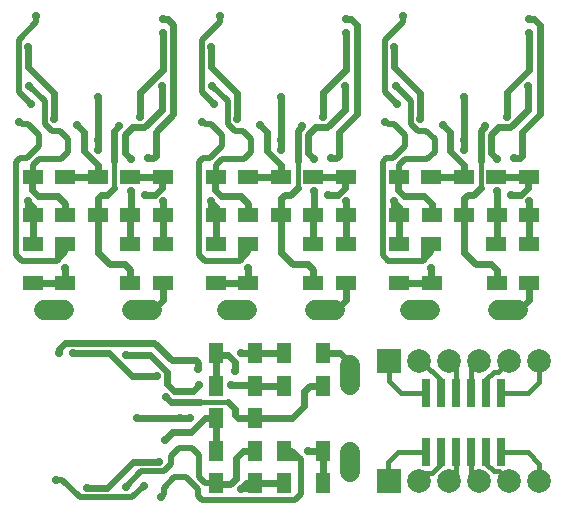
<source format=gbr>
%FSLAX34Y34*%
%MOMM*%
%LNCOPPER_BOTTOM*%
G71*
G01*
%ADD10C, 2.000*%
%ADD11R, 0.800X2.400*%
%ADD12C, 0.400*%
%ADD13C, 0.700*%
%ADD14C, 0.600*%
%ADD15C, 1.700*%
%ADD16R, 1.800X1.300*%
%ADD17C, 0.500*%
%ADD18R, 1.300X1.800*%
%LPD*%
G36*
X345597Y-461325D02*
X365597Y-461325D01*
X365597Y-481325D01*
X345597Y-481325D01*
X345597Y-461325D01*
G37*
X380997Y-471325D02*
G54D10*
D03*
X406397Y-471325D02*
G54D10*
D03*
X431797Y-471325D02*
G54D10*
D03*
X457197Y-471325D02*
G54D10*
D03*
X457197Y-369725D02*
G54D10*
D03*
X431797Y-369725D02*
G54D10*
D03*
X406397Y-369725D02*
G54D10*
D03*
X380997Y-369725D02*
G54D10*
D03*
G36*
X345597Y-359725D02*
X365597Y-359725D01*
X365597Y-379725D01*
X345597Y-379725D01*
X345597Y-359725D01*
G37*
X482597Y-471325D02*
G54D10*
D03*
X482597Y-369725D02*
G54D10*
D03*
X387000Y-397000D02*
G54D11*
D03*
X399700Y-397000D02*
G54D11*
D03*
X412400Y-397000D02*
G54D11*
D03*
X425100Y-397000D02*
G54D11*
D03*
X437800Y-397000D02*
G54D11*
D03*
X450500Y-397000D02*
G54D11*
D03*
X450500Y-447000D02*
G54D11*
D03*
X437800Y-447000D02*
G54D11*
D03*
X425100Y-447000D02*
G54D11*
D03*
X412400Y-447000D02*
G54D11*
D03*
X399700Y-447000D02*
G54D11*
D03*
X387000Y-447000D02*
G54D11*
D03*
G54D12*
X355597Y-369725D02*
X355597Y-386597D01*
X366000Y-397000D01*
X387000Y-397000D01*
G54D12*
X380997Y-369725D02*
X382725Y-369725D01*
X400000Y-387000D01*
X400000Y-396700D01*
X399700Y-397000D01*
G54D12*
X412400Y-397000D02*
X412400Y-375728D01*
X406397Y-369725D01*
G54D12*
X425100Y-397000D02*
X425100Y-376422D01*
X431797Y-369725D01*
G54D12*
X437800Y-397000D02*
X437800Y-385200D01*
X444000Y-379000D01*
X447922Y-379000D01*
X457197Y-369725D01*
G54D12*
X482597Y-369725D02*
X482597Y-387403D01*
X473000Y-397000D01*
X450500Y-397000D01*
G54D12*
X482597Y-471325D02*
X482597Y-456597D01*
X473000Y-447000D01*
X450500Y-447000D01*
G54D12*
X437800Y-447000D02*
X437800Y-456800D01*
X444000Y-463000D01*
X448872Y-463000D01*
X457197Y-471325D01*
G54D12*
X425100Y-447000D02*
X425100Y-464628D01*
X431797Y-471325D01*
G54D12*
X412400Y-447000D02*
X412400Y-465322D01*
X406397Y-471325D01*
G54D12*
X399700Y-447000D02*
X399700Y-457300D01*
X392000Y-465000D01*
X387322Y-465000D01*
X380997Y-471325D01*
G54D12*
X387000Y-447000D02*
X363000Y-447000D01*
X355000Y-455000D01*
X355000Y-470728D01*
X355597Y-471325D01*
X109000Y-146000D02*
G54D13*
D03*
X164000Y-80000D02*
G54D13*
D03*
X164000Y-92000D02*
G54D13*
D03*
X163000Y-137000D02*
G54D13*
D03*
X127000Y-171000D02*
G54D13*
D03*
X91000Y-170000D02*
G54D13*
D03*
X51000Y-137000D02*
G54D13*
D03*
X50000Y-104000D02*
G54D13*
D03*
X57000Y-78000D02*
G54D13*
D03*
G54D14*
X109000Y-149000D02*
X109000Y-183000D01*
G54D15*
X137500Y-326500D02*
X154500Y-326500D01*
G54D15*
X63500Y-326500D02*
X80500Y-326500D01*
X53900Y-213600D02*
G54D16*
D03*
X54000Y-246100D02*
G54D16*
D03*
X81400Y-213600D02*
G54D16*
D03*
X81500Y-246100D02*
G54D16*
D03*
X108900Y-213600D02*
G54D16*
D03*
X109000Y-246100D02*
G54D16*
D03*
X136400Y-213600D02*
G54D16*
D03*
X136500Y-246100D02*
G54D16*
D03*
X163900Y-213600D02*
G54D16*
D03*
X164000Y-246100D02*
G54D16*
D03*
X53900Y-271100D02*
G54D16*
D03*
X54000Y-303600D02*
G54D16*
D03*
X81400Y-271100D02*
G54D16*
D03*
X81500Y-303600D02*
G54D16*
D03*
X136400Y-271100D02*
G54D16*
D03*
X136500Y-303600D02*
G54D16*
D03*
X163900Y-271100D02*
G54D16*
D03*
X164000Y-303600D02*
G54D16*
D03*
G54D14*
X164000Y-318000D02*
X164000Y-303600D01*
G54D14*
X163900Y-271100D02*
X163900Y-246200D01*
X164000Y-246100D01*
G54D14*
X163900Y-213600D02*
X136400Y-213600D01*
G54D14*
X136500Y-246100D02*
X136500Y-271000D01*
X136400Y-271100D01*
G54D14*
X136500Y-303600D02*
X136500Y-292500D01*
X132000Y-288000D01*
X119000Y-288000D01*
X109000Y-278000D01*
X109000Y-246100D01*
G54D14*
X108900Y-213600D02*
X81400Y-213600D01*
G54D14*
X81500Y-246100D02*
X81500Y-236500D01*
X75000Y-230000D01*
X58000Y-230000D01*
X53000Y-225000D01*
X53000Y-214500D01*
X53900Y-213600D01*
G54D14*
X54000Y-246100D02*
X54000Y-271000D01*
X53900Y-271100D01*
G54D14*
X54000Y-303600D02*
X81500Y-303600D01*
G54D14*
X164000Y-80000D02*
X168000Y-80000D01*
X173000Y-85000D01*
X173000Y-161000D01*
X158000Y-176000D01*
X158000Y-196000D01*
X156000Y-198000D01*
X151000Y-198000D01*
X151000Y-198000D02*
G54D13*
D03*
X164000Y-234000D02*
G54D13*
D03*
G54D14*
X164000Y-234000D02*
X164000Y-246100D01*
G54D14*
X127000Y-171000D02*
X123000Y-175000D01*
X123000Y-200000D01*
X137000Y-226000D02*
G54D13*
D03*
G54D14*
X137000Y-246000D02*
X137000Y-226000D01*
X137000Y-199000D02*
G54D13*
D03*
X145000Y-163000D02*
G54D13*
D03*
X149000Y-229000D02*
G54D13*
D03*
G54D14*
X149000Y-229000D02*
X157000Y-229000D01*
X163000Y-223000D01*
X163000Y-214500D01*
X163900Y-213600D01*
G54D17*
X81400Y-271100D02*
X81400Y-277600D01*
X74000Y-285000D01*
X45000Y-285000D01*
X40000Y-280000D01*
X40000Y-201000D01*
X43000Y-198000D01*
G54D17*
X43000Y-198000D02*
X49000Y-198000D01*
X59000Y-188000D01*
X59000Y-178000D01*
X50000Y-169000D01*
X45000Y-169000D01*
X42000Y-167000D01*
G54D17*
X53900Y-213600D02*
X53900Y-204100D01*
X59000Y-199000D01*
X78000Y-199000D01*
X84000Y-193000D01*
X84000Y-182000D01*
X77000Y-175000D01*
X70000Y-175000D01*
X64000Y-169000D01*
X64000Y-150000D01*
X51000Y-137000D01*
X49500Y-234000D02*
G54D13*
D03*
G54D14*
X49000Y-234000D02*
X54000Y-239000D01*
X54000Y-246100D01*
X72000Y-165000D02*
G54D13*
D03*
X42000Y-167000D02*
G54D13*
D03*
G54D14*
X72000Y-165000D02*
X72000Y-143000D01*
X50000Y-121000D01*
X50000Y-104000D01*
G54D17*
X57000Y-78000D02*
X57000Y-83000D01*
X42000Y-98000D01*
X42000Y-142000D01*
X52000Y-152000D01*
X81000Y-291000D02*
G54D13*
D03*
G54D14*
X81000Y-291000D02*
X81000Y-303100D01*
X81500Y-303600D01*
X52000Y-152000D02*
G54D13*
D03*
X109000Y-183000D02*
G54D13*
D03*
X109000Y-191000D02*
G54D13*
D03*
G54D14*
X109000Y-183000D02*
X109000Y-191000D01*
G54D14*
X108900Y-213600D02*
X108900Y-203900D01*
X97000Y-192000D01*
X97000Y-176000D01*
X91000Y-170000D01*
G54D14*
X163000Y-137000D02*
X163000Y-157000D01*
X148000Y-172000D01*
X138000Y-172000D01*
X132000Y-178000D01*
X132000Y-194000D01*
X137000Y-199000D01*
G54D14*
X109000Y-246100D02*
X109000Y-232000D01*
X112000Y-229000D01*
X117000Y-229000D01*
X123000Y-223000D01*
G54D12*
X123000Y-223000D02*
X123000Y-200000D01*
G54D12*
X49000Y-234000D02*
X49000Y-240000D01*
X51000Y-242000D01*
G54D17*
X75000Y-275000D02*
X75000Y-284000D01*
X74000Y-285000D01*
G54D17*
X78000Y-274000D02*
X78000Y-278000D01*
G54D14*
X146000Y-326500D02*
X155500Y-326500D01*
X164000Y-318000D01*
G54D14*
X164000Y-92000D02*
X164000Y-123000D01*
X145000Y-142000D01*
X145000Y-163000D01*
X264000Y-146000D02*
G54D13*
D03*
X319000Y-80000D02*
G54D13*
D03*
X319000Y-92000D02*
G54D13*
D03*
X318000Y-137000D02*
G54D13*
D03*
X282000Y-171000D02*
G54D13*
D03*
X246000Y-170000D02*
G54D13*
D03*
X206000Y-137000D02*
G54D13*
D03*
X205000Y-104000D02*
G54D13*
D03*
X212000Y-78000D02*
G54D13*
D03*
G54D14*
X264000Y-149000D02*
X264000Y-183000D01*
G54D15*
X292500Y-326500D02*
X309500Y-326500D01*
G54D15*
X218500Y-326500D02*
X235500Y-326500D01*
X208900Y-213600D02*
G54D16*
D03*
X209000Y-246100D02*
G54D16*
D03*
X236400Y-213600D02*
G54D16*
D03*
X236500Y-246100D02*
G54D16*
D03*
X263900Y-213600D02*
G54D16*
D03*
X264000Y-246100D02*
G54D16*
D03*
X291400Y-213600D02*
G54D16*
D03*
X291500Y-246100D02*
G54D16*
D03*
X318900Y-213600D02*
G54D16*
D03*
X319000Y-246100D02*
G54D16*
D03*
X208900Y-271100D02*
G54D16*
D03*
X209000Y-303600D02*
G54D16*
D03*
X236400Y-271100D02*
G54D16*
D03*
X236500Y-303600D02*
G54D16*
D03*
X291400Y-271100D02*
G54D16*
D03*
X291500Y-303600D02*
G54D16*
D03*
X318900Y-271100D02*
G54D16*
D03*
X319000Y-303600D02*
G54D16*
D03*
G54D14*
X319000Y-318000D02*
X319000Y-303600D01*
G54D14*
X318900Y-271100D02*
X318900Y-246200D01*
X319000Y-246100D01*
G54D14*
X318900Y-213600D02*
X291400Y-213600D01*
G54D14*
X291500Y-246100D02*
X291500Y-271000D01*
X291400Y-271100D01*
G54D14*
X291500Y-303600D02*
X291500Y-292500D01*
X287000Y-288000D01*
X274000Y-288000D01*
X264000Y-278000D01*
X264000Y-246100D01*
G54D14*
X263900Y-213600D02*
X236400Y-213600D01*
G54D14*
X236500Y-246100D02*
X236500Y-236500D01*
X230000Y-230000D01*
X213000Y-230000D01*
X208000Y-225000D01*
X208000Y-214500D01*
X208900Y-213600D01*
G54D14*
X209000Y-246100D02*
X209000Y-271000D01*
X208900Y-271100D01*
G54D14*
X209000Y-303600D02*
X236500Y-303600D01*
G54D14*
X319000Y-80000D02*
X323000Y-80000D01*
X328000Y-85000D01*
X328000Y-161000D01*
X313000Y-176000D01*
X313000Y-196000D01*
X311000Y-198000D01*
X306000Y-198000D01*
X306000Y-198000D02*
G54D13*
D03*
X319000Y-234000D02*
G54D13*
D03*
G54D14*
X319000Y-234000D02*
X319000Y-246100D01*
G54D14*
X282000Y-171000D02*
X278000Y-175000D01*
X278000Y-200000D01*
X292000Y-226000D02*
G54D13*
D03*
G54D14*
X292000Y-246000D02*
X292000Y-226000D01*
X292000Y-199000D02*
G54D13*
D03*
X300000Y-163000D02*
G54D13*
D03*
X304000Y-229000D02*
G54D13*
D03*
G54D14*
X304000Y-229000D02*
X312000Y-229000D01*
X318000Y-223000D01*
X318000Y-214500D01*
X318900Y-213600D01*
G54D17*
X236400Y-271100D02*
X236400Y-277600D01*
X229000Y-285000D01*
X200000Y-285000D01*
X195000Y-280000D01*
X195000Y-201000D01*
X198000Y-198000D01*
G54D17*
X198000Y-198000D02*
X204000Y-198000D01*
X214000Y-188000D01*
X214000Y-178000D01*
X205000Y-169000D01*
X200000Y-169000D01*
X197000Y-167000D01*
G54D17*
X208900Y-213600D02*
X208900Y-204100D01*
X214000Y-199000D01*
X233000Y-199000D01*
X239000Y-193000D01*
X239000Y-182000D01*
X232000Y-175000D01*
X225000Y-175000D01*
X219000Y-169000D01*
X219000Y-150000D01*
X206000Y-137000D01*
X204500Y-234000D02*
G54D13*
D03*
G54D14*
X204000Y-234000D02*
X209000Y-239000D01*
X209000Y-246100D01*
X227000Y-165000D02*
G54D13*
D03*
X197000Y-167000D02*
G54D13*
D03*
G54D14*
X227000Y-165000D02*
X227000Y-143000D01*
X205000Y-121000D01*
X205000Y-104000D01*
G54D17*
X212000Y-78000D02*
X212000Y-83000D01*
X197000Y-98000D01*
X197000Y-142000D01*
X207000Y-152000D01*
X236000Y-291000D02*
G54D13*
D03*
G54D14*
X236000Y-291000D02*
X236000Y-303100D01*
X236500Y-303600D01*
X207000Y-152000D02*
G54D13*
D03*
X264000Y-183000D02*
G54D13*
D03*
X264000Y-191000D02*
G54D13*
D03*
G54D14*
X264000Y-183000D02*
X264000Y-191000D01*
G54D14*
X263900Y-213600D02*
X263900Y-203900D01*
X252000Y-192000D01*
X252000Y-176000D01*
X246000Y-170000D01*
G54D14*
X318000Y-137000D02*
X318000Y-157000D01*
X303000Y-172000D01*
X293000Y-172000D01*
X287000Y-178000D01*
X287000Y-194000D01*
X292000Y-199000D01*
G54D14*
X264000Y-246100D02*
X264000Y-232000D01*
X267000Y-229000D01*
X272000Y-229000D01*
X278000Y-223000D01*
G54D12*
X278000Y-223000D02*
X278000Y-200000D01*
G54D12*
X204000Y-234000D02*
X204000Y-240000D01*
X206000Y-242000D01*
G54D17*
X230000Y-275000D02*
X230000Y-284000D01*
X229000Y-285000D01*
G54D17*
X233000Y-274000D02*
X233000Y-278000D01*
G54D14*
X301000Y-326500D02*
X310500Y-326500D01*
X319000Y-318000D01*
G54D14*
X319000Y-92000D02*
X319000Y-123000D01*
X300000Y-142000D01*
X300000Y-163000D01*
X419000Y-146000D02*
G54D13*
D03*
X474000Y-80000D02*
G54D13*
D03*
X474000Y-92000D02*
G54D13*
D03*
X473000Y-137000D02*
G54D13*
D03*
X437000Y-171000D02*
G54D13*
D03*
X401000Y-170000D02*
G54D13*
D03*
X361000Y-137000D02*
G54D13*
D03*
X360000Y-104000D02*
G54D13*
D03*
X367000Y-78000D02*
G54D13*
D03*
G54D14*
X419000Y-149000D02*
X419000Y-183000D01*
G54D15*
X447500Y-326500D02*
X464500Y-326500D01*
G54D15*
X373500Y-326500D02*
X390500Y-326500D01*
X363900Y-213600D02*
G54D16*
D03*
X364000Y-246100D02*
G54D16*
D03*
X391400Y-213600D02*
G54D16*
D03*
X391500Y-246100D02*
G54D16*
D03*
X418900Y-213600D02*
G54D16*
D03*
X419000Y-246100D02*
G54D16*
D03*
X446400Y-213600D02*
G54D16*
D03*
X446500Y-246100D02*
G54D16*
D03*
X473900Y-213600D02*
G54D16*
D03*
X474000Y-246100D02*
G54D16*
D03*
X363900Y-271100D02*
G54D16*
D03*
X364000Y-303600D02*
G54D16*
D03*
X391400Y-271100D02*
G54D16*
D03*
X391500Y-303600D02*
G54D16*
D03*
X446400Y-271100D02*
G54D16*
D03*
X446500Y-303600D02*
G54D16*
D03*
X473900Y-271100D02*
G54D16*
D03*
X474000Y-303600D02*
G54D16*
D03*
G54D14*
X474000Y-318000D02*
X474000Y-303600D01*
G54D14*
X473900Y-271100D02*
X473900Y-246200D01*
X474000Y-246100D01*
G54D14*
X473900Y-213600D02*
X446400Y-213600D01*
G54D14*
X446500Y-246100D02*
X446500Y-271000D01*
X446400Y-271100D01*
G54D14*
X446500Y-303600D02*
X446500Y-292500D01*
X442000Y-288000D01*
X429000Y-288000D01*
X419000Y-278000D01*
X419000Y-246100D01*
G54D14*
X418900Y-213600D02*
X391400Y-213600D01*
G54D14*
X391500Y-246100D02*
X391500Y-236500D01*
X385000Y-230000D01*
X368000Y-230000D01*
X363000Y-225000D01*
X363000Y-214500D01*
X363900Y-213600D01*
G54D14*
X364000Y-246100D02*
X364000Y-271000D01*
X363900Y-271100D01*
G54D14*
X364000Y-303600D02*
X391500Y-303600D01*
G54D14*
X474000Y-80000D02*
X478000Y-80000D01*
X483000Y-85000D01*
X483000Y-161000D01*
X468000Y-176000D01*
X468000Y-196000D01*
X466000Y-198000D01*
X461000Y-198000D01*
X461000Y-198000D02*
G54D13*
D03*
X474000Y-234000D02*
G54D13*
D03*
G54D14*
X474000Y-234000D02*
X474000Y-246100D01*
G54D14*
X437000Y-171000D02*
X433000Y-175000D01*
X433000Y-200000D01*
X447000Y-226000D02*
G54D13*
D03*
G54D14*
X447000Y-246000D02*
X447000Y-226000D01*
X447000Y-199000D02*
G54D13*
D03*
X455000Y-163000D02*
G54D13*
D03*
X459000Y-229000D02*
G54D13*
D03*
G54D14*
X459000Y-229000D02*
X467000Y-229000D01*
X473000Y-223000D01*
X473000Y-214500D01*
X473900Y-213600D01*
G54D17*
X391400Y-271100D02*
X391400Y-277600D01*
X384000Y-285000D01*
X355000Y-285000D01*
X350000Y-280000D01*
X350000Y-201000D01*
X353000Y-198000D01*
G54D17*
X353000Y-198000D02*
X359000Y-198000D01*
X369000Y-188000D01*
X369000Y-178000D01*
X360000Y-169000D01*
X355000Y-169000D01*
X352000Y-167000D01*
G54D17*
X363900Y-213600D02*
X363900Y-204100D01*
X369000Y-199000D01*
X388000Y-199000D01*
X394000Y-193000D01*
X394000Y-182000D01*
X387000Y-175000D01*
X380000Y-175000D01*
X374000Y-169000D01*
X374000Y-150000D01*
X361000Y-137000D01*
X359500Y-234000D02*
G54D13*
D03*
G54D14*
X359000Y-234000D02*
X364000Y-239000D01*
X364000Y-246100D01*
X382000Y-165000D02*
G54D13*
D03*
X352000Y-167000D02*
G54D13*
D03*
G54D14*
X382000Y-165000D02*
X382000Y-143000D01*
X360000Y-121000D01*
X360000Y-104000D01*
G54D17*
X367000Y-78000D02*
X367000Y-83000D01*
X352000Y-98000D01*
X352000Y-142000D01*
X362000Y-152000D01*
X391000Y-291000D02*
G54D13*
D03*
G54D14*
X391000Y-291000D02*
X391000Y-303100D01*
X391500Y-303600D01*
X362000Y-152000D02*
G54D13*
D03*
X419000Y-183000D02*
G54D13*
D03*
X419000Y-191000D02*
G54D13*
D03*
G54D14*
X419000Y-183000D02*
X419000Y-191000D01*
G54D14*
X418900Y-213600D02*
X418900Y-203900D01*
X407000Y-192000D01*
X407000Y-176000D01*
X401000Y-170000D01*
G54D14*
X473000Y-137000D02*
X473000Y-157000D01*
X458000Y-172000D01*
X448000Y-172000D01*
X442000Y-178000D01*
X442000Y-194000D01*
X447000Y-199000D01*
G54D14*
X419000Y-246100D02*
X419000Y-232000D01*
X422000Y-229000D01*
X427000Y-229000D01*
X433000Y-223000D01*
G54D12*
X433000Y-223000D02*
X433000Y-200000D01*
G54D12*
X359000Y-234000D02*
X359000Y-240000D01*
X361000Y-242000D01*
G54D17*
X385000Y-275000D02*
X385000Y-284000D01*
X384000Y-285000D01*
G54D17*
X388000Y-274000D02*
X388000Y-278000D01*
G54D14*
X456000Y-326500D02*
X465500Y-326500D01*
X474000Y-318000D01*
G54D14*
X474000Y-92000D02*
X474000Y-123000D01*
X455000Y-142000D01*
X455000Y-163000D01*
X141750Y-418250D02*
G54D13*
D03*
X75750Y-363250D02*
G54D13*
D03*
X87750Y-363250D02*
G54D13*
D03*
X132750Y-364250D02*
G54D13*
D03*
X166750Y-400250D02*
G54D13*
D03*
X165750Y-436250D02*
G54D13*
D03*
X132750Y-476250D02*
G54D13*
D03*
X99750Y-477250D02*
G54D13*
D03*
X73750Y-470250D02*
G54D13*
D03*
G54D14*
X144750Y-418250D02*
X178750Y-418250D01*
G54D15*
X322250Y-389750D02*
X322250Y-372750D01*
G54D15*
X322250Y-463750D02*
X322250Y-446750D01*
X209350Y-473350D02*
G54D18*
D03*
X241850Y-473250D02*
G54D18*
D03*
X209350Y-445850D02*
G54D18*
D03*
X241850Y-445750D02*
G54D18*
D03*
X209350Y-418350D02*
G54D18*
D03*
X241850Y-418250D02*
G54D18*
D03*
X209350Y-390850D02*
G54D18*
D03*
X241850Y-390750D02*
G54D18*
D03*
X209350Y-363350D02*
G54D18*
D03*
X241850Y-363250D02*
G54D18*
D03*
X266850Y-473350D02*
G54D18*
D03*
X299350Y-473250D02*
G54D18*
D03*
X266850Y-445850D02*
G54D18*
D03*
X299350Y-445750D02*
G54D18*
D03*
X266850Y-390850D02*
G54D18*
D03*
X299350Y-390750D02*
G54D18*
D03*
X266850Y-363350D02*
G54D18*
D03*
X299350Y-363250D02*
G54D18*
D03*
G54D14*
X313750Y-363250D02*
X299350Y-363250D01*
G54D14*
X266850Y-363350D02*
X241950Y-363350D01*
X241850Y-363250D01*
G54D14*
X209350Y-363350D02*
X209350Y-390850D01*
G54D14*
X241850Y-390750D02*
X266750Y-390750D01*
X266850Y-390850D01*
G54D14*
X299350Y-390750D02*
X288250Y-390750D01*
X283750Y-395250D01*
X283750Y-408250D01*
X273750Y-418250D01*
X241850Y-418250D01*
G54D14*
X209350Y-418350D02*
X209350Y-445850D01*
G54D14*
X241850Y-445750D02*
X232250Y-445750D01*
X225750Y-452250D01*
X225750Y-469250D01*
X220750Y-474250D01*
X210250Y-474250D01*
X209350Y-473350D01*
G54D14*
X241850Y-473250D02*
X266750Y-473250D01*
X266850Y-473350D01*
G54D14*
X299350Y-473250D02*
X299350Y-445750D01*
G54D14*
X75750Y-363250D02*
X75750Y-359250D01*
X80750Y-354250D01*
X156750Y-354250D01*
X171750Y-369250D01*
X191750Y-369250D01*
X193750Y-371250D01*
X193750Y-376250D01*
X193750Y-376250D02*
G54D13*
D03*
X229750Y-363250D02*
G54D13*
D03*
G54D14*
X229750Y-363250D02*
X241850Y-363250D01*
G54D14*
X166750Y-400250D02*
X170750Y-404250D01*
X195750Y-404250D01*
X221750Y-390250D02*
G54D13*
D03*
G54D14*
X241750Y-390250D02*
X221750Y-390250D01*
X194750Y-390250D02*
G54D13*
D03*
X158750Y-382250D02*
G54D13*
D03*
X224750Y-378250D02*
G54D13*
D03*
G54D14*
X224750Y-378250D02*
X224750Y-370250D01*
X218750Y-364250D01*
X210250Y-364250D01*
X209350Y-363350D01*
G54D17*
X266850Y-445850D02*
X273350Y-445850D01*
X280750Y-453250D01*
X280750Y-482250D01*
X275750Y-487250D01*
X196750Y-487250D01*
X193750Y-484250D01*
G54D17*
X193750Y-484250D02*
X193750Y-478250D01*
X183750Y-468250D01*
X173750Y-468250D01*
X164750Y-477250D01*
X164750Y-482250D01*
X162750Y-485250D01*
G54D17*
X209350Y-473350D02*
X199850Y-473350D01*
X194750Y-468250D01*
X194750Y-449250D01*
X188750Y-443250D01*
X177750Y-443250D01*
X170750Y-450250D01*
X170750Y-457250D01*
X164750Y-463250D01*
X145750Y-463250D01*
X132750Y-476250D01*
X229750Y-477750D02*
G54D13*
D03*
G54D14*
X229750Y-478250D02*
X234750Y-473250D01*
X241850Y-473250D01*
X160750Y-455250D02*
G54D13*
D03*
X162750Y-485250D02*
G54D13*
D03*
G54D14*
X160750Y-455250D02*
X138750Y-455250D01*
X116750Y-477250D01*
X99750Y-477250D01*
G54D17*
X73750Y-470250D02*
X78750Y-470250D01*
X93750Y-485250D01*
X137750Y-485250D01*
X147750Y-475250D01*
X286750Y-446250D02*
G54D13*
D03*
G54D14*
X286750Y-446250D02*
X298850Y-446250D01*
X299350Y-445750D01*
X147750Y-475250D02*
G54D13*
D03*
X178750Y-418250D02*
G54D13*
D03*
X186750Y-418250D02*
G54D13*
D03*
G54D14*
X178750Y-418250D02*
X186750Y-418250D01*
G54D14*
X209350Y-418350D02*
X199650Y-418350D01*
X187750Y-430250D01*
X171750Y-430250D01*
X165750Y-436250D01*
G54D14*
X132750Y-364250D02*
X152750Y-364250D01*
X167750Y-379250D01*
X167750Y-389250D01*
X173750Y-395250D01*
X189750Y-395250D01*
X194750Y-390250D01*
G54D14*
X241850Y-418250D02*
X227750Y-418250D01*
X224750Y-415250D01*
X224750Y-410250D01*
X218750Y-404250D01*
G54D12*
X218750Y-404250D02*
X195750Y-404250D01*
G54D12*
X229750Y-478250D02*
X235750Y-478250D01*
X237750Y-476250D01*
G54D17*
X270750Y-452250D02*
X279750Y-452250D01*
X280750Y-453250D01*
G54D17*
X269750Y-449250D02*
X273750Y-449250D01*
G54D14*
X322250Y-381250D02*
X322250Y-371750D01*
X313750Y-363250D01*
G54D14*
X87750Y-363250D02*
X118750Y-363250D01*
X137750Y-382250D01*
X158750Y-382250D01*
M02*

</source>
